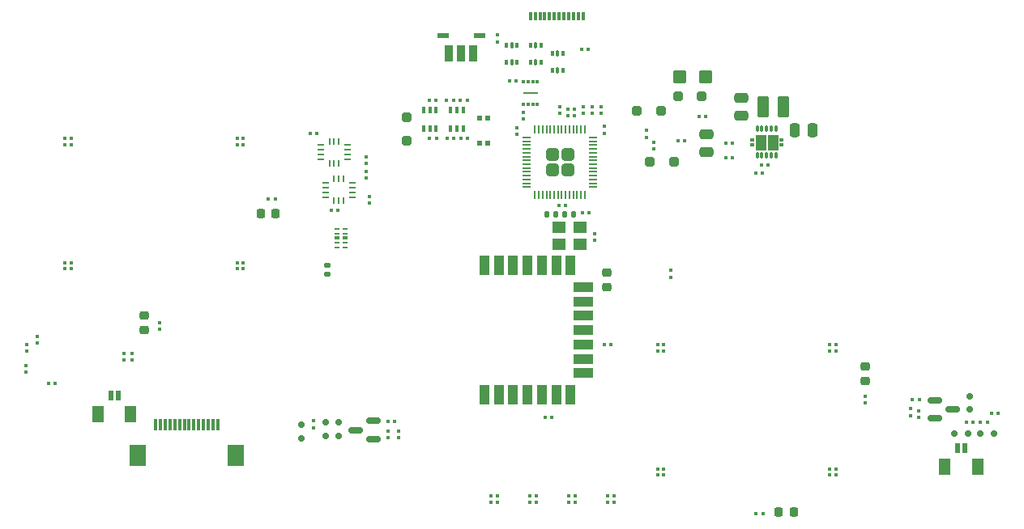
<source format=gbr>
G04 #@! TF.GenerationSoftware,KiCad,Pcbnew,8.0.2*
G04 #@! TF.CreationDate,2025-02-05T20:19:13-08:00*
G04 #@! TF.ProjectId,progcc_3.3_main,70726f67-6363-45f3-932e-335f6d61696e,1*
G04 #@! TF.SameCoordinates,Original*
G04 #@! TF.FileFunction,Paste,Top*
G04 #@! TF.FilePolarity,Positive*
%FSLAX46Y46*%
G04 Gerber Fmt 4.6, Leading zero omitted, Abs format (unit mm)*
G04 Created by KiCad (PCBNEW 8.0.2) date 2025-02-05 20:19:13*
%MOMM*%
%LPD*%
G01*
G04 APERTURE LIST*
G04 Aperture macros list*
%AMRoundRect*
0 Rectangle with rounded corners*
0 $1 Rounding radius*
0 $2 $3 $4 $5 $6 $7 $8 $9 X,Y pos of 4 corners*
0 Add a 4 corners polygon primitive as box body*
4,1,4,$2,$3,$4,$5,$6,$7,$8,$9,$2,$3,0*
0 Add four circle primitives for the rounded corners*
1,1,$1+$1,$2,$3*
1,1,$1+$1,$4,$5*
1,1,$1+$1,$6,$7*
1,1,$1+$1,$8,$9*
0 Add four rect primitives between the rounded corners*
20,1,$1+$1,$2,$3,$4,$5,0*
20,1,$1+$1,$4,$5,$6,$7,0*
20,1,$1+$1,$6,$7,$8,$9,0*
20,1,$1+$1,$8,$9,$2,$3,0*%
G04 Aperture macros list end*
%ADD10C,0.010000*%
%ADD11RoundRect,0.079500X-0.079500X-0.100500X0.079500X-0.100500X0.079500X0.100500X-0.079500X0.100500X0*%
%ADD12RoundRect,0.250000X-0.250000X-0.475000X0.250000X-0.475000X0.250000X0.475000X-0.250000X0.475000X0*%
%ADD13R,0.950000X1.700000*%
%ADD14R,0.900000X1.700000*%
%ADD15R,1.200000X0.600000*%
%ADD16RoundRect,0.079500X-0.100500X0.079500X-0.100500X-0.079500X0.100500X-0.079500X0.100500X0.079500X0*%
%ADD17RoundRect,0.150000X-0.150000X-0.200000X0.150000X-0.200000X0.150000X0.200000X-0.150000X0.200000X0*%
%ADD18R,0.370000X0.370000*%
%ADD19RoundRect,0.079500X0.100500X-0.079500X0.100500X0.079500X-0.100500X0.079500X-0.100500X-0.079500X0*%
%ADD20RoundRect,0.250000X0.475000X-0.250000X0.475000X0.250000X-0.475000X0.250000X-0.475000X-0.250000X0*%
%ADD21RoundRect,0.225000X-0.250000X0.225000X-0.250000X-0.225000X0.250000X-0.225000X0.250000X0.225000X0*%
%ADD22R,0.400000X0.650000*%
%ADD23RoundRect,0.225000X0.225000X0.250000X-0.225000X0.250000X-0.225000X-0.250000X0.225000X-0.250000X0*%
%ADD24RoundRect,0.250000X0.250000X0.250000X-0.250000X0.250000X-0.250000X-0.250000X0.250000X-0.250000X0*%
%ADD25RoundRect,0.079500X0.079500X0.100500X-0.079500X0.100500X-0.079500X-0.100500X0.079500X-0.100500X0*%
%ADD26RoundRect,0.249999X-0.395001X-0.395001X0.395001X-0.395001X0.395001X0.395001X-0.395001X0.395001X0*%
%ADD27RoundRect,0.050000X-0.387500X-0.050000X0.387500X-0.050000X0.387500X0.050000X-0.387500X0.050000X0*%
%ADD28RoundRect,0.050000X-0.050000X-0.387500X0.050000X-0.387500X0.050000X0.387500X-0.050000X0.387500X0*%
%ADD29RoundRect,0.093750X-0.093750X0.156250X-0.093750X-0.156250X0.093750X-0.156250X0.093750X0.156250X0*%
%ADD30RoundRect,0.075000X-0.075000X0.250000X-0.075000X-0.250000X0.075000X-0.250000X0.075000X0.250000X0*%
%ADD31RoundRect,0.250000X-0.250000X-0.250000X0.250000X-0.250000X0.250000X0.250000X-0.250000X0.250000X0*%
%ADD32RoundRect,0.093750X0.093750X-0.156250X0.093750X0.156250X-0.093750X0.156250X-0.093750X-0.156250X0*%
%ADD33RoundRect,0.075000X0.075000X-0.250000X0.075000X0.250000X-0.075000X0.250000X-0.075000X-0.250000X0*%
%ADD34RoundRect,0.150000X0.150000X0.200000X-0.150000X0.200000X-0.150000X-0.200000X0.150000X-0.200000X0*%
%ADD35RoundRect,0.140000X-0.170000X0.140000X-0.170000X-0.140000X0.170000X-0.140000X0.170000X0.140000X0*%
%ADD36RoundRect,0.150000X-0.587500X-0.150000X0.587500X-0.150000X0.587500X0.150000X-0.587500X0.150000X0*%
%ADD37RoundRect,0.007200X-0.112800X0.292800X-0.112800X-0.292800X0.112800X-0.292800X0.112800X0.292800X0*%
%ADD38R,0.500000X1.000000*%
%ADD39R,1.200000X1.700000*%
%ADD40R,0.300000X0.400000*%
%ADD41R,1.600000X0.200000*%
%ADD42RoundRect,0.225000X-0.225000X-0.250000X0.225000X-0.250000X0.225000X0.250000X-0.225000X0.250000X0*%
%ADD43RoundRect,0.250000X-0.450000X-0.425000X0.450000X-0.425000X0.450000X0.425000X-0.450000X0.425000X0*%
%ADD44R,1.400000X1.200000*%
%ADD45RoundRect,0.140000X0.140000X0.170000X-0.140000X0.170000X-0.140000X-0.170000X0.140000X-0.170000X0*%
%ADD46R,0.500000X0.550000*%
%ADD47R,0.565000X0.200000*%
%ADD48R,0.565000X0.400000*%
%ADD49RoundRect,0.150000X0.587500X0.150000X-0.587500X0.150000X-0.587500X-0.150000X0.587500X-0.150000X0*%
%ADD50R,1.000000X2.000000*%
%ADD51R,2.000000X1.000000*%
%ADD52RoundRect,0.140000X-0.140000X-0.170000X0.140000X-0.170000X0.140000X0.170000X-0.140000X0.170000X0*%
%ADD53R,0.300000X1.300000*%
%ADD54R,1.800000X2.200000*%
%ADD55R,0.300000X0.900000*%
%ADD56RoundRect,0.150000X-0.200000X0.150000X-0.200000X-0.150000X0.200000X-0.150000X0.200000X0.150000X0*%
%ADD57R,0.745000X0.280000*%
%ADD58R,0.280000X0.745000*%
%ADD59RoundRect,0.150000X0.200000X-0.150000X0.200000X0.150000X-0.200000X0.150000X-0.200000X-0.150000X0*%
%ADD60RoundRect,0.250000X-0.375000X-0.850000X0.375000X-0.850000X0.375000X0.850000X-0.375000X0.850000X0*%
%ADD61RoundRect,0.250000X-0.250000X0.250000X-0.250000X-0.250000X0.250000X-0.250000X0.250000X0.250000X0*%
%ADD62RoundRect,0.250000X-0.475000X0.250000X-0.475000X-0.250000X0.475000X-0.250000X0.475000X0.250000X0*%
%ADD63RoundRect,0.218750X-0.256250X0.218750X-0.256250X-0.218750X0.256250X-0.218750X0.256250X0.218750X0*%
G04 APERTURE END LIST*
D10*
X159040000Y-111875000D02*
X158700000Y-111875000D01*
X158700000Y-111625000D01*
X159040000Y-111625000D01*
X159040000Y-111875000D01*
G36*
X159040000Y-111875000D02*
G01*
X158700000Y-111875000D01*
X158700000Y-111625000D01*
X159040000Y-111625000D01*
X159040000Y-111875000D01*
G37*
X159040000Y-112375000D02*
X158700000Y-112375000D01*
X158700000Y-112125000D01*
X159040000Y-112125000D01*
X159040000Y-112375000D01*
G36*
X159040000Y-112375000D02*
G01*
X158700000Y-112375000D01*
X158700000Y-112125000D01*
X159040000Y-112125000D01*
X159040000Y-112375000D01*
G37*
X160300000Y-112750000D02*
X159240000Y-112750000D01*
X159240000Y-111250000D01*
X160300000Y-111250000D01*
X160300000Y-112750000D01*
G36*
X160300000Y-112750000D02*
G01*
X159240000Y-112750000D01*
X159240000Y-111250000D01*
X160300000Y-111250000D01*
X160300000Y-112750000D01*
G37*
X161560000Y-112750000D02*
X160500000Y-112750000D01*
X160500000Y-111250000D01*
X161560000Y-111250000D01*
X161560000Y-112750000D01*
G36*
X161560000Y-112750000D02*
G01*
X160500000Y-112750000D01*
X160500000Y-111250000D01*
X161560000Y-111250000D01*
X161560000Y-112750000D01*
G37*
X162100000Y-111875000D02*
X161760000Y-111875000D01*
X161760000Y-111625000D01*
X162100000Y-111625000D01*
X162100000Y-111875000D01*
G36*
X162100000Y-111875000D02*
G01*
X161760000Y-111875000D01*
X161760000Y-111625000D01*
X162100000Y-111625000D01*
X162100000Y-111875000D01*
G37*
X162100000Y-112375000D02*
X161760000Y-112375000D01*
X161760000Y-112125000D01*
X162100000Y-112125000D01*
X162100000Y-112375000D01*
G36*
X162100000Y-112375000D02*
G01*
X161760000Y-112375000D01*
X161760000Y-112125000D01*
X162100000Y-112125000D01*
X162100000Y-112375000D01*
G37*
D11*
X85335000Y-137280000D03*
X86025000Y-137280000D03*
D12*
X163320000Y-110770000D03*
X165220000Y-110770000D03*
D13*
X127208519Y-102740000D03*
D14*
X128483519Y-102740000D03*
D13*
X129758519Y-102740000D03*
D15*
X126583519Y-100840000D03*
X130383519Y-100840000D03*
D16*
X139611100Y-108518094D03*
X139611100Y-109208094D03*
D17*
X181421000Y-142494000D03*
X180021000Y-142494000D03*
D18*
X166985200Y-133857000D03*
X167655200Y-133857000D03*
X167655200Y-133187000D03*
X166985200Y-133187000D03*
D19*
X118900000Y-118395000D03*
X118900000Y-117705000D03*
D11*
X156095000Y-113670000D03*
X156785000Y-113670000D03*
D20*
X154080000Y-113070000D03*
X154080000Y-111170000D03*
D19*
X170739623Y-139313477D03*
X170739623Y-138623477D03*
D21*
X95317457Y-130105391D03*
X95317457Y-131655391D03*
D22*
X124546600Y-110556100D03*
X125196600Y-110556100D03*
X125846600Y-110556100D03*
X125846600Y-108656100D03*
X125196600Y-108656100D03*
X124546600Y-108656100D03*
D19*
X150418800Y-126125800D03*
X150418800Y-125435800D03*
D17*
X115685800Y-142773400D03*
X114285800Y-142773400D03*
D11*
X120813000Y-141224000D03*
X121503000Y-141224000D03*
D23*
X163225004Y-150698757D03*
X161675004Y-150698757D03*
D18*
X87042000Y-112267600D03*
X87712000Y-112267600D03*
X87712000Y-111597600D03*
X87042000Y-111597600D03*
D24*
X149352626Y-108746930D03*
X146852626Y-108746930D03*
D25*
X127685800Y-111612700D03*
X126995800Y-111612700D03*
D11*
X183906600Y-140411200D03*
X184596600Y-140411200D03*
D25*
X134245000Y-105550000D03*
X133555000Y-105550000D03*
D19*
X113055400Y-141873800D03*
X113055400Y-141183800D03*
D26*
X137985700Y-113308094D03*
X137985700Y-114908094D03*
X139585700Y-113308094D03*
X139585700Y-114908094D03*
D27*
X135348200Y-111508094D03*
X135348200Y-111908094D03*
X135348200Y-112308094D03*
X135348200Y-112708094D03*
X135348200Y-113108094D03*
X135348200Y-113508094D03*
X135348200Y-113908094D03*
X135348200Y-114308094D03*
X135348200Y-114708094D03*
X135348200Y-115108094D03*
X135348200Y-115508094D03*
X135348200Y-115908094D03*
X135348200Y-116308094D03*
X135348200Y-116708094D03*
D28*
X136185700Y-117545594D03*
X136585700Y-117545594D03*
X136985700Y-117545594D03*
X137385700Y-117545594D03*
X137785700Y-117545594D03*
X138185700Y-117545594D03*
X138585700Y-117545594D03*
X138985700Y-117545594D03*
X139385700Y-117545594D03*
X139785700Y-117545594D03*
X140185700Y-117545594D03*
X140585700Y-117545594D03*
X140985700Y-117545594D03*
X141385700Y-117545594D03*
D27*
X142223200Y-116708094D03*
X142223200Y-116308094D03*
X142223200Y-115908094D03*
X142223200Y-115508094D03*
X142223200Y-115108094D03*
X142223200Y-114708094D03*
X142223200Y-114308094D03*
X142223200Y-113908094D03*
X142223200Y-113508094D03*
X142223200Y-113108094D03*
X142223200Y-112708094D03*
X142223200Y-112308094D03*
X142223200Y-111908094D03*
X142223200Y-111508094D03*
D28*
X141385700Y-110670594D03*
X140985700Y-110670594D03*
X140585700Y-110670594D03*
X140185700Y-110670594D03*
X139785700Y-110670594D03*
X139385700Y-110670594D03*
X138985700Y-110670594D03*
X138585700Y-110670594D03*
X138185700Y-110670594D03*
X137785700Y-110670594D03*
X137385700Y-110670594D03*
X136985700Y-110670594D03*
X136585700Y-110670594D03*
X136185700Y-110670594D03*
D29*
X139087500Y-102750000D03*
D30*
X138550000Y-102675000D03*
D29*
X138012500Y-102750000D03*
X138012500Y-104450000D03*
D30*
X138550000Y-104525000D03*
D29*
X139087500Y-104450000D03*
D18*
X105042000Y-125267600D03*
X105712000Y-125267600D03*
X105712000Y-124597600D03*
X105042000Y-124597600D03*
D19*
X142151100Y-109002294D03*
X142151100Y-108312294D03*
D11*
X125181800Y-111612700D03*
X125871800Y-111612700D03*
D31*
X148200000Y-114050000D03*
X150700000Y-114050000D03*
D16*
X175412400Y-139913800D03*
X175412400Y-140603800D03*
D32*
X135725000Y-103600000D03*
D33*
X136262500Y-103675000D03*
D32*
X136800000Y-103600000D03*
X136800000Y-101900000D03*
D33*
X136262500Y-101825000D03*
D32*
X135725000Y-101900000D03*
D18*
X143746226Y-149724357D03*
X144416226Y-149724357D03*
X144416226Y-149054357D03*
X143746226Y-149054357D03*
D24*
X153599200Y-107238800D03*
X151099200Y-107238800D03*
D34*
X182738800Y-142494000D03*
X184138800Y-142494000D03*
D35*
X114500000Y-124870000D03*
X114500000Y-125830000D03*
D19*
X134251700Y-111189294D03*
X134251700Y-110499294D03*
D36*
X178005500Y-139015300D03*
X178005500Y-140915300D03*
X179880500Y-139965300D03*
D11*
X125156400Y-107599500D03*
X125846400Y-107599500D03*
D19*
X176326800Y-140832400D03*
X176326800Y-140142400D03*
X93268800Y-134787200D03*
X93268800Y-134097200D03*
D16*
X120853200Y-142250600D03*
X120853200Y-142940600D03*
D37*
X161400000Y-110600000D03*
X160900000Y-110600000D03*
X160400000Y-110600000D03*
X159900000Y-110600000D03*
X159400000Y-110600000D03*
X159400000Y-113400000D03*
X159900000Y-113400000D03*
X160400000Y-113400000D03*
X160900000Y-113400000D03*
X161400000Y-113400000D03*
D11*
X156095000Y-112140000D03*
X156785000Y-112140000D03*
D25*
X115591855Y-119144024D03*
X114901855Y-119144024D03*
D16*
X140322300Y-108518094D03*
X140322300Y-109208094D03*
X94056200Y-134097200D03*
X94056200Y-134787200D03*
D38*
X91840000Y-138495000D03*
X92640000Y-138495000D03*
D39*
X90540000Y-140445000D03*
X93940000Y-140445000D03*
D40*
X134949500Y-108081894D03*
X135449500Y-108081894D03*
X135949500Y-108081894D03*
X136449500Y-108081894D03*
X136449500Y-105681894D03*
X135949500Y-105681894D03*
X135449500Y-105681894D03*
X134949500Y-105681894D03*
D41*
X135699500Y-106881894D03*
D42*
X107506309Y-119497056D03*
X109056309Y-119497056D03*
D38*
X180330000Y-144055000D03*
X181130000Y-144055000D03*
D39*
X179030000Y-146005000D03*
X182430000Y-146005000D03*
D43*
X151304000Y-105130600D03*
X154004000Y-105130600D03*
D18*
X148985200Y-146857000D03*
X149655200Y-146857000D03*
X149655200Y-146187000D03*
X148985200Y-146187000D03*
D16*
X142460000Y-121585000D03*
X142460000Y-122275000D03*
D19*
X134975600Y-109589094D03*
X134975600Y-108899094D03*
D44*
X138690000Y-122650000D03*
X140890000Y-122650000D03*
X140890000Y-120950000D03*
X138690000Y-120950000D03*
D11*
X143455000Y-133150000D03*
X144145000Y-133150000D03*
D19*
X143471900Y-111062294D03*
X143471900Y-110372294D03*
D18*
X105042000Y-112267600D03*
X105712000Y-112267600D03*
X105712000Y-111597600D03*
X105042000Y-111597600D03*
D21*
X170738456Y-135439581D03*
X170738456Y-136989581D03*
D45*
X138370000Y-119540000D03*
X137410000Y-119540000D03*
D16*
X84175600Y-132304400D03*
X84175600Y-132994400D03*
D18*
X166985200Y-146857000D03*
X167655200Y-146857000D03*
X167655200Y-146187000D03*
X166985200Y-146187000D03*
D22*
X127391400Y-110556100D03*
X128041400Y-110556100D03*
X128691400Y-110556100D03*
X128691400Y-108656100D03*
X128041400Y-108656100D03*
X127391400Y-108656100D03*
D11*
X159300629Y-150847756D03*
X159990629Y-150847756D03*
D19*
X118550000Y-115745000D03*
X118550000Y-115055000D03*
D11*
X137255000Y-140800000D03*
X137945000Y-140800000D03*
D16*
X148570432Y-112028571D03*
X148570432Y-112718571D03*
D46*
X130435400Y-112119800D03*
X131235400Y-112119800D03*
X130435400Y-109469800D03*
X131235400Y-109469800D03*
D11*
X181290400Y-141300200D03*
X181980400Y-141300200D03*
X108340401Y-117977059D03*
X109030401Y-117977059D03*
D25*
X113395000Y-111100000D03*
X112705000Y-111100000D03*
D16*
X143065500Y-108312294D03*
X143065500Y-109002294D03*
D11*
X153328200Y-109274000D03*
X154018200Y-109274000D03*
D25*
X141865000Y-119420000D03*
X141175000Y-119420000D03*
D47*
X115483000Y-121050000D03*
X115483000Y-121550000D03*
D48*
X115483000Y-122050000D03*
D47*
X115483000Y-122550000D03*
X115483000Y-123050000D03*
X116317000Y-123050000D03*
X116317000Y-122550000D03*
D48*
X116317000Y-122050000D03*
D47*
X116317000Y-121550000D03*
X116317000Y-121050000D03*
D49*
X119301500Y-143088400D03*
X119301500Y-141188400D03*
X117426500Y-142138400D03*
D11*
X182763600Y-141300200D03*
X183453600Y-141300200D03*
D16*
X138747500Y-108314894D03*
X138747500Y-109004894D03*
D18*
X135646226Y-149724357D03*
X136316226Y-149724357D03*
X136316226Y-149054357D03*
X135646226Y-149054357D03*
D19*
X118550000Y-114245000D03*
X118550000Y-113555000D03*
D50*
X130900000Y-138425000D03*
X132400000Y-138425000D03*
X133900000Y-138425000D03*
X135400000Y-138425000D03*
X136900000Y-138425000D03*
X138400000Y-138425000D03*
X139900000Y-138425000D03*
D51*
X141200000Y-136175000D03*
X141200000Y-134675000D03*
X141200000Y-133175000D03*
X141200000Y-131675000D03*
X141200000Y-130175000D03*
X141200000Y-128675000D03*
X141200000Y-127175000D03*
D50*
X139900000Y-124925000D03*
X138400000Y-124925000D03*
X136900000Y-124925000D03*
X135400000Y-124925000D03*
X133900000Y-124925000D03*
X132400000Y-124925000D03*
X130900000Y-124925000D03*
D52*
X139290000Y-119540000D03*
X140250000Y-119540000D03*
D16*
X141236700Y-108314894D03*
X141236700Y-109004894D03*
D53*
X96540000Y-141530000D03*
X97040000Y-141530000D03*
X97540000Y-141530000D03*
X98040000Y-141530000D03*
X98540000Y-141530000D03*
X99040000Y-141530000D03*
X99540000Y-141530000D03*
X100040000Y-141530000D03*
X100540000Y-141530000D03*
X101040000Y-141530000D03*
X101540000Y-141530000D03*
X102040000Y-141530000D03*
X102540000Y-141530000D03*
X103040000Y-141530000D03*
D54*
X94640000Y-144780000D03*
X104940000Y-144780000D03*
D16*
X83075375Y-133204089D03*
X83075375Y-133894089D03*
D25*
X127649800Y-107599500D03*
X126959800Y-107599500D03*
D55*
X141210000Y-98835000D03*
X140710000Y-98835000D03*
X140210000Y-98835000D03*
X139710000Y-98835000D03*
X139210000Y-98835000D03*
X138710000Y-98835000D03*
X138210000Y-98835000D03*
X137710000Y-98835000D03*
X137210000Y-98835000D03*
X136710000Y-98835000D03*
X136210000Y-98835000D03*
X135710000Y-98835000D03*
D56*
X181635400Y-139968200D03*
X181635400Y-138568200D03*
D34*
X114285800Y-141300200D03*
X115685800Y-141300200D03*
D11*
X128407600Y-107599500D03*
X129097600Y-107599500D03*
X138685000Y-118630000D03*
X139375000Y-118630000D03*
D16*
X96933652Y-130907363D03*
X96933652Y-131597363D03*
D18*
X87042000Y-125267600D03*
X87712000Y-125267600D03*
X87712000Y-124597600D03*
X87042000Y-124597600D03*
D57*
X116596000Y-113800000D03*
X116596000Y-113300000D03*
X116596000Y-112800000D03*
X116596000Y-112300000D03*
D58*
X115698000Y-111902000D03*
X115198000Y-111902000D03*
X114698000Y-111902000D03*
D57*
X113800000Y-112300000D03*
X113800000Y-112800000D03*
X113800000Y-113300000D03*
X113800000Y-113800000D03*
D58*
X114698000Y-114198000D03*
X115198000Y-114198000D03*
X115698000Y-114198000D03*
D59*
X111785400Y-141590800D03*
X111785400Y-142990800D03*
D11*
X128418200Y-111612700D03*
X129108200Y-111612700D03*
X151118400Y-111864800D03*
X151808400Y-111864800D03*
D32*
X133212500Y-103600000D03*
D33*
X133750000Y-103675000D03*
D32*
X134287500Y-103600000D03*
X134287500Y-101900000D03*
D33*
X133750000Y-101825000D03*
D32*
X133212500Y-101900000D03*
D18*
X131596226Y-149724357D03*
X132266226Y-149724357D03*
X132266226Y-149054357D03*
X131596226Y-149054357D03*
D57*
X114302000Y-116250000D03*
X114302000Y-116750000D03*
X114302000Y-117250000D03*
X114302000Y-117750000D03*
D58*
X115200000Y-118148000D03*
X115700000Y-118148000D03*
X116200000Y-118148000D03*
D57*
X117098000Y-117750000D03*
X117098000Y-117250000D03*
X117098000Y-116750000D03*
X117098000Y-116250000D03*
D58*
X116200000Y-115852000D03*
X115700000Y-115852000D03*
X115200000Y-115852000D03*
D60*
X160015000Y-108340000D03*
X162165000Y-108340000D03*
D16*
X132250000Y-100805000D03*
X132250000Y-101495000D03*
D25*
X160563077Y-114402950D03*
X159873077Y-114402950D03*
D61*
X122758200Y-109392400D03*
X122758200Y-111892400D03*
D19*
X83003941Y-136104076D03*
X83003941Y-135414076D03*
D11*
X159233348Y-115214226D03*
X159923348Y-115214226D03*
D18*
X148985200Y-133857000D03*
X149655200Y-133857000D03*
X149655200Y-133187000D03*
X148985200Y-133187000D03*
X139696226Y-149724357D03*
X140366226Y-149724357D03*
X140366226Y-149054357D03*
X139696226Y-149054357D03*
D19*
X121894600Y-142940600D03*
X121894600Y-142250600D03*
D11*
X175651600Y-138988800D03*
X176341600Y-138988800D03*
D62*
X157782026Y-107324670D03*
X157782026Y-109224670D03*
D11*
X141031400Y-102311200D03*
X141721400Y-102311200D03*
D63*
X143650000Y-125612500D03*
X143650000Y-127187500D03*
D16*
X147815723Y-110783301D03*
X147815723Y-111473301D03*
M02*

</source>
